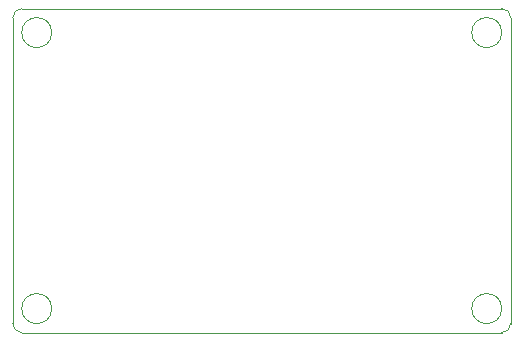
<source format=gm1>
G04 #@! TF.GenerationSoftware,KiCad,Pcbnew,(5.1.4)-1*
G04 #@! TF.CreationDate,2019-09-21T23:44:47+03:00*
G04 #@! TF.ProjectId,Project_3_BACEE,50726f6a-6563-4745-9f33-5f4241434545,v1.0*
G04 #@! TF.SameCoordinates,Original*
G04 #@! TF.FileFunction,Profile,NP*
%FSLAX46Y46*%
G04 Gerber Fmt 4.6, Leading zero omitted, Abs format (unit mm)*
G04 Created by KiCad (PCBNEW (5.1.4)-1) date 2019-09-21 23:44:47*
%MOMM*%
%LPD*%
G04 APERTURE LIST*
%ADD10C,0.050000*%
G04 APERTURE END LIST*
D10*
X152400000Y-88138000D02*
G75*
G03X152400000Y-88138000I-1270000J0D01*
G01*
X152400000Y-111506000D02*
G75*
G03X152400000Y-111506000I-1270000J0D01*
G01*
X114300000Y-111506000D02*
G75*
G03X114300000Y-111506000I-1270000J0D01*
G01*
X114300000Y-88138000D02*
G75*
G03X114300000Y-88138000I-1270000J0D01*
G01*
X153162000Y-112776000D02*
X153162000Y-86868000D01*
X111760000Y-113538000D02*
X152400000Y-113538000D01*
X152400000Y-86106000D02*
X111760000Y-86106000D01*
X110998000Y-112776000D02*
X110998000Y-86868000D01*
X152400000Y-86106000D02*
G75*
G02X153162000Y-86868000I0J-762000D01*
G01*
X153162000Y-112776000D02*
G75*
G02X152400000Y-113538000I-762000J0D01*
G01*
X111760000Y-113538000D02*
G75*
G02X110998000Y-112776000I0J762000D01*
G01*
X110998000Y-86868000D02*
G75*
G02X111760000Y-86106000I762000J0D01*
G01*
M02*

</source>
